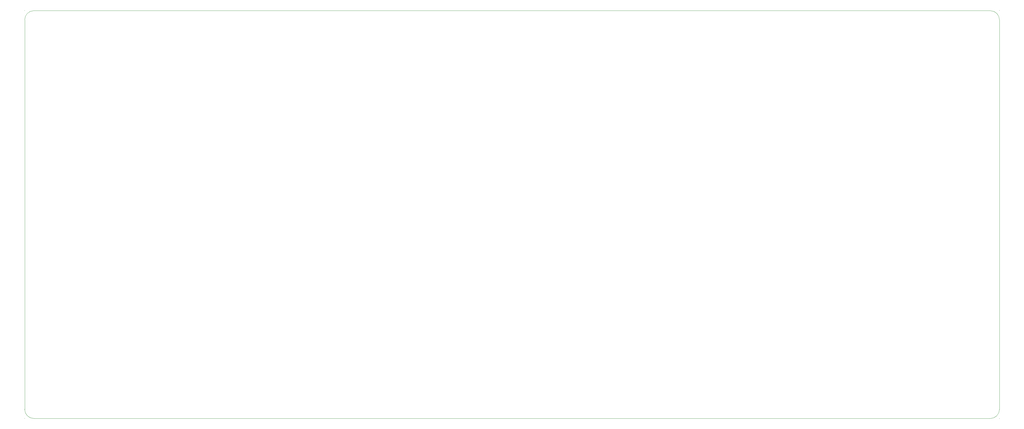
<source format=gbr>
G04 #@! TF.GenerationSoftware,KiCad,Pcbnew,7.0.1*
G04 #@! TF.CreationDate,2023-04-16T01:49:03-07:00*
G04 #@! TF.ProjectId,_autosave-keyboard,5f617574-6f73-4617-9665-2d6b6579626f,rev?*
G04 #@! TF.SameCoordinates,Original*
G04 #@! TF.FileFunction,Profile,NP*
%FSLAX46Y46*%
G04 Gerber Fmt 4.6, Leading zero omitted, Abs format (unit mm)*
G04 Created by KiCad (PCBNEW 7.0.1) date 2023-04-16 01:49:03*
%MOMM*%
%LPD*%
G01*
G04 APERTURE LIST*
G04 #@! TA.AperFunction,Profile*
%ADD10C,0.200000*%
G04 #@! TD*
G04 #@! TA.AperFunction,Profile*
%ADD11C,0.050000*%
G04 #@! TD*
G04 APERTURE END LIST*
D10*
X459695001Y-143482500D02*
G75*
G03*
X459695001Y-143482500I-1J0D01*
G01*
D11*
X459695000Y-146552500D02*
X459695000Y-274307500D01*
D10*
X140132501Y-143482500D02*
G75*
G03*
X140132501Y-143482500I-1J0D01*
G01*
D11*
X456695000Y-277307500D02*
G75*
G03*
X459695000Y-274307500I0J3000000D01*
G01*
X456695000Y-277307500D02*
X143132500Y-277307500D01*
X459695000Y-146552500D02*
G75*
G03*
X456695000Y-143552500I-3000000J0D01*
G01*
X140132500Y-274307500D02*
G75*
G03*
X143132500Y-277307500I3000000J0D01*
G01*
D10*
X459695001Y-277307500D02*
G75*
G03*
X459695001Y-277307500I-1J0D01*
G01*
D11*
X143132500Y-143552500D02*
X456695000Y-143552500D01*
X143132500Y-143552500D02*
G75*
G03*
X140132500Y-146552500I0J-3000000D01*
G01*
X140132500Y-274307500D02*
X140132500Y-146552500D01*
D10*
X140132501Y-277307500D02*
G75*
G03*
X140132501Y-277307500I-1J0D01*
G01*
M02*

</source>
